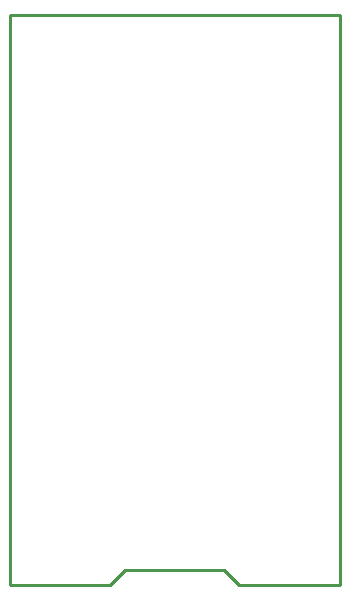
<source format=gbr>
G04 #@! TF.GenerationSoftware,KiCad,Pcbnew,5.1.0-rc1-unknown-6bb8fde~84~ubuntu18.04.1*
G04 #@! TF.CreationDate,2019-02-08T10:22:02+02:00
G04 #@! TF.ProjectId,ESP32-DevKit-Lipo_Rev_B,45535033-322d-4446-9576-4b69742d4c69,B*
G04 #@! TF.SameCoordinates,Original*
G04 #@! TF.FileFunction,Profile,NP*
%FSLAX46Y46*%
G04 Gerber Fmt 4.6, Leading zero omitted, Abs format (unit mm)*
G04 Created by KiCad (PCBNEW 5.1.0-rc1-unknown-6bb8fde~84~ubuntu18.04.1) date 2019-02-08 10:22:02*
%MOMM*%
%LPD*%
G04 APERTURE LIST*
%ADD10C,0.254000*%
G04 APERTURE END LIST*
D10*
X148971000Y-119380000D02*
X157480000Y-119380000D01*
X147701000Y-118110000D02*
X148971000Y-119380000D01*
X139319000Y-118110000D02*
X147701000Y-118110000D01*
X138049000Y-119380000D02*
X139319000Y-118110000D01*
X129540000Y-71120000D02*
X129540000Y-119380000D01*
X157480000Y-71120000D02*
X129540000Y-71120000D01*
X157480000Y-119380000D02*
X157480000Y-71120000D01*
X129540000Y-119380000D02*
X138049000Y-119380000D01*
M02*

</source>
